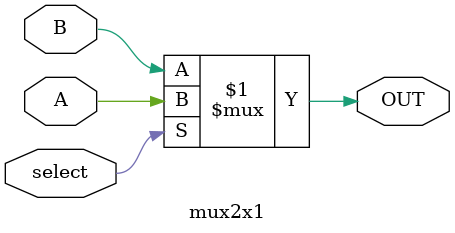
<source format=v>
/*--  *******************************************************
--  Computer Architecture Course, Laboratory Sources 
--  Amirkabir University of Technology (Tehran Polytechnic)
--  Department of Computer Engineering (CE-AUT)
--  https://ce[dot]aut[dot]ac[dot]ir
--  *******************************************************
--  All Rights reserved (C) 2020-2021
--  *******************************************************
--  Student ID  : 
--  Student Name: 
--  Student Mail: 
--  *******************************************************
--  Additional Comments:
--
--*/

/*-----------------------------------------------------------
---  Module Name: bloodAbnormalityDetector 
-----------------------------------------------------------*/
`timescale 1 ns/1 ns
`include "../bloodPHAnalyzer/bloodPHAnalyzer.v"
`include "../bloodTypeClassification/bloodTypeClassification.v"

module bloodAbnormalityDetector(
	bloodPH,
	bloodType,
	bloodAbnormality);
	
	input [3:0] bloodPH;
	input [2:0] bloodType;
	output bloodAbnormality;
	wire bloodClass, abnormalityP, abnormalityQ;
	bloodTypeClassification BTC (bloodType, bloodClass);
	bloodPHAnalyzer BPHA (bloodPH, abnormalityP, abnormalityQ);
	mux2x1 MUX(abnormalityP, abnormalityQ, bloodClass, bloodAbnormality);
	
endmodule

module mux2x1 (A,B,select,OUT);
   input A,B,select;
   output OUT;
   assign OUT = select ? A : B;
endmodule


</source>
